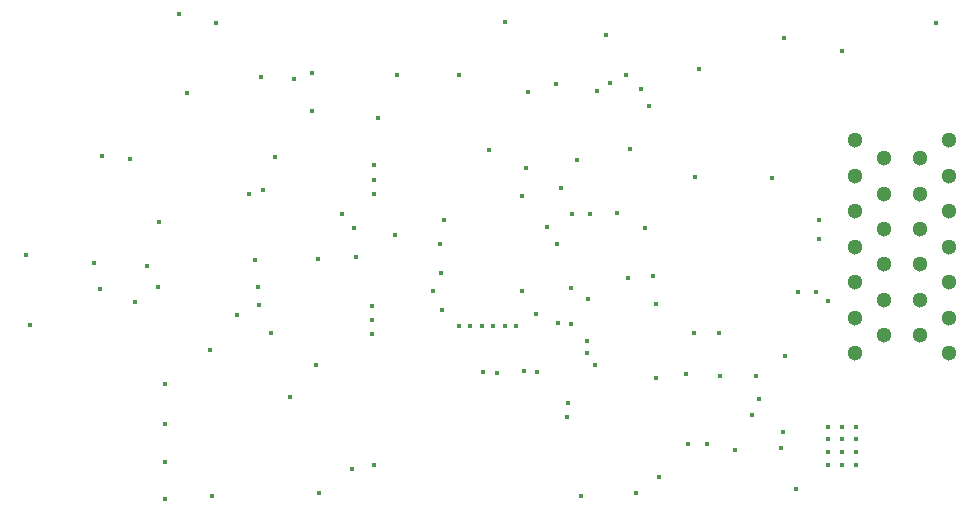
<source format=gbr>
%TF.GenerationSoftware,Altium Limited,Altium Designer,19.0.10 (269)*%
G04 Layer_Color=0*
%FSLAX26Y26*%
%MOIN*%
%TF.FileFunction,Plated,1,2,PTH,Drill*%
%TF.Part,Single*%
G01*
G75*
%TA.AperFunction,ComponentDrill*%
%ADD71C,0.051181*%
%TA.AperFunction,ViaDrill,NotFilled*%
%ADD72C,0.015000*%
D71*
X3287402Y1229331D02*
D03*
Y1111220D02*
D03*
Y993110D02*
D03*
Y875000D02*
D03*
Y756890D02*
D03*
Y638779D02*
D03*
Y520669D02*
D03*
X3385827Y1170276D02*
D03*
Y1052165D02*
D03*
Y934055D02*
D03*
Y815945D02*
D03*
Y697835D02*
D03*
Y579724D02*
D03*
X3503937Y1170276D02*
D03*
Y1052165D02*
D03*
Y934055D02*
D03*
Y815945D02*
D03*
Y697835D02*
D03*
Y579724D02*
D03*
X3602362Y1229331D02*
D03*
Y1111220D02*
D03*
Y993110D02*
D03*
Y875000D02*
D03*
Y756890D02*
D03*
Y638779D02*
D03*
Y520669D02*
D03*
D72*
X2375984Y44291D02*
D03*
X2421378Y480338D02*
D03*
X1612205Y134843D02*
D03*
X1228642Y648441D02*
D03*
X1684055Y146654D02*
D03*
X1500000Y53543D02*
D03*
X2330709Y352362D02*
D03*
X2329724Y306102D02*
D03*
X2395274Y520371D02*
D03*
Y559055D02*
D03*
X1302370Y682094D02*
D03*
X2726378Y450787D02*
D03*
X1881693Y728543D02*
D03*
X1905605Y884886D02*
D03*
X1909449Y787402D02*
D03*
X2121063Y1624016D02*
D03*
X1353347Y1172244D02*
D03*
X969488Y956693D02*
D03*
X963583Y740158D02*
D03*
X1499016Y834646D02*
D03*
X1143701Y45276D02*
D03*
X771654Y732284D02*
D03*
X751968Y818898D02*
D03*
X871063Y1166339D02*
D03*
X1910101Y665023D02*
D03*
X2157992Y610236D02*
D03*
X1618110Y937008D02*
D03*
X2496175Y988077D02*
D03*
X2429024Y1393811D02*
D03*
X3245735Y233096D02*
D03*
Y275418D02*
D03*
X3199803D02*
D03*
Y233096D02*
D03*
Y190773D02*
D03*
Y148450D02*
D03*
X3245735D02*
D03*
X3291666D02*
D03*
Y190773D02*
D03*
X3245735D02*
D03*
X3291666Y233096D02*
D03*
Y275418D02*
D03*
X2838457Y442841D02*
D03*
X3090551Y67913D02*
D03*
X3048228Y256890D02*
D03*
X2404412Y984250D02*
D03*
X2225208Y650078D02*
D03*
X2299208Y622046D02*
D03*
X1416947Y1433071D02*
D03*
X2732284Y216535D02*
D03*
X1696998Y1303150D02*
D03*
X2293307Y884886D02*
D03*
X1036417Y1649606D02*
D03*
X1060305Y1385827D02*
D03*
X3054260Y509842D02*
D03*
X1969488Y1445866D02*
D03*
X2067913Y1197047D02*
D03*
X539370Y615158D02*
D03*
X523622Y845577D02*
D03*
X777758Y1177790D02*
D03*
X2308059Y1070866D02*
D03*
X2539370Y1200787D02*
D03*
X2459235Y1579882D02*
D03*
X3051181Y1568898D02*
D03*
X1624016Y839567D02*
D03*
X2615157Y778427D02*
D03*
X2625984Y684055D02*
D03*
X2531496Y769685D02*
D03*
X2588583Y937992D02*
D03*
X2262795Y941929D02*
D03*
X2836614Y587598D02*
D03*
X2750984D02*
D03*
X2177092Y1043565D02*
D03*
X1677165Y629920D02*
D03*
Y678543D02*
D03*
X1308071Y1440945D02*
D03*
X1762795Y1446454D02*
D03*
X929134Y810852D02*
D03*
X889764Y689968D02*
D03*
X2601378Y1342183D02*
D03*
X2767716Y1466535D02*
D03*
X2192913Y1137795D02*
D03*
X2344488Y982599D02*
D03*
X2119992Y610236D02*
D03*
X2081992D02*
D03*
X2005992D02*
D03*
X2177161Y728345D02*
D03*
X2397633Y700786D02*
D03*
X2342520Y736221D02*
D03*
X2043992Y610236D02*
D03*
X2342520Y618110D02*
D03*
X1314961Y1062992D02*
D03*
X1267716Y1049114D02*
D03*
X1299213Y740158D02*
D03*
X1287402Y828963D02*
D03*
X1479331Y1452756D02*
D03*
Y1325787D02*
D03*
X1157480Y1621063D02*
D03*
X2094488Y452756D02*
D03*
X1578445Y984252D02*
D03*
X1755906Y913386D02*
D03*
X1685039Y1049114D02*
D03*
X1677165Y582677D02*
D03*
X2887739Y198819D02*
D03*
X3042244Y203740D02*
D03*
X2968504Y365617D02*
D03*
X2956737Y442867D02*
D03*
X2633858Y108731D02*
D03*
X2623805Y438011D02*
D03*
X1490505Y479336D02*
D03*
X1343080Y588571D02*
D03*
X1137795Y531496D02*
D03*
X988189Y417323D02*
D03*
Y282652D02*
D03*
Y157480D02*
D03*
Y35433D02*
D03*
X1685039Y1098425D02*
D03*
Y1145669D02*
D03*
X2228347Y456693D02*
D03*
X2185039Y459449D02*
D03*
X2047244Y456693D02*
D03*
X1917323Y964567D02*
D03*
X2574606Y1401575D02*
D03*
X2523622Y1448819D02*
D03*
X1967992Y610236D02*
D03*
X2196850Y1389764D02*
D03*
X2291780Y1417323D02*
D03*
X2472441Y1421260D02*
D03*
X2362205Y1165354D02*
D03*
X3169291Y964567D02*
D03*
X3011811Y1102362D02*
D03*
X2755905Y1106299D02*
D03*
X3196850Y692913D02*
D03*
X3169291Y901575D02*
D03*
X1405512Y374016D02*
D03*
X3098425Y724409D02*
D03*
X3157825Y723376D02*
D03*
X3244095Y1527559D02*
D03*
X3559055Y1622047D02*
D03*
X2559055Y55118D02*
D03*
X2944882Y314961D02*
D03*
X2795276Y216535D02*
D03*
%TF.MD5,e5bf82e42b094f4c379103be24715a11*%
M02*

</source>
